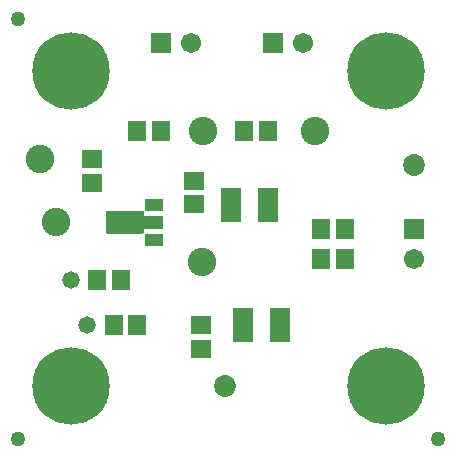
<source format=gts>
G04 Layer_Color=8388736*
%FSLAX25Y25*%
%MOIN*%
G70*
G01*
G75*
%ADD12C,0.05000*%
%ADD26R,0.06706X0.06312*%
%ADD27R,0.06312X0.06706*%
%ADD28C,0.09500*%
%ADD29R,0.06706X0.11824*%
%ADD30R,0.05918X0.04343*%
%ADD31C,0.07300*%
%ADD32C,0.25800*%
%ADD33R,0.06706X0.06706*%
%ADD34C,0.06706*%
%ADD35R,0.06706X0.06706*%
%ADD36C,0.05800*%
G36*
X46485Y80907D02*
X46537Y80897D01*
X46586Y80880D01*
X46633Y80857D01*
X46677Y80827D01*
X46716Y80793D01*
X46751Y80753D01*
X46780Y80710D01*
X46803Y80663D01*
X46820Y80613D01*
X46830Y80562D01*
X46834Y80510D01*
Y79273D01*
X52811D01*
X52863Y79269D01*
X52915Y79259D01*
X52964Y79242D01*
X53012Y79219D01*
X53055Y79190D01*
X53095Y79155D01*
X53129Y79116D01*
X53158Y79072D01*
X53181Y79025D01*
X53198Y78975D01*
X53209Y78924D01*
X53212Y78872D01*
Y75328D01*
X53209Y75276D01*
X53198Y75225D01*
X53181Y75175D01*
X53158Y75128D01*
X53129Y75084D01*
X53095Y75045D01*
X53055Y75010D01*
X53012Y74981D01*
X52964Y74958D01*
X52915Y74941D01*
X52863Y74931D01*
X52811Y74928D01*
X46834D01*
Y73691D01*
X46830Y73638D01*
X46820Y73587D01*
X46803Y73537D01*
X46780Y73490D01*
X46751Y73447D01*
X46716Y73407D01*
X46677Y73373D01*
X46633Y73343D01*
X46586Y73320D01*
X46537Y73303D01*
X46485Y73293D01*
X46433Y73290D01*
X34701D01*
X34648Y73293D01*
X34597Y73303D01*
X34547Y73320D01*
X34500Y73343D01*
X34457Y73373D01*
X34417Y73407D01*
X34383Y73447D01*
X34354Y73490D01*
X34330Y73537D01*
X34314Y73587D01*
X34303Y73638D01*
X34300Y73691D01*
Y80510D01*
X34303Y80562D01*
X34314Y80613D01*
X34330Y80663D01*
X34354Y80710D01*
X34383Y80753D01*
X34417Y80793D01*
X34457Y80827D01*
X34500Y80857D01*
X34547Y80880D01*
X34597Y80897D01*
X34648Y80907D01*
X34701Y80910D01*
X46433D01*
X46485Y80907D01*
D02*
G37*
D12*
X5000Y145000D02*
D03*
Y5000D02*
D03*
X145000D02*
D03*
D26*
X29600Y98137D02*
D03*
Y90263D02*
D03*
X65937Y42900D02*
D03*
Y35026D02*
D03*
X63637Y83057D02*
D03*
Y90931D02*
D03*
D27*
X44700Y107700D02*
D03*
X52574D02*
D03*
X80300D02*
D03*
X88174D02*
D03*
X113900Y65012D02*
D03*
X106026D02*
D03*
X36787Y42900D02*
D03*
X44661D02*
D03*
X31295Y57800D02*
D03*
X39169D02*
D03*
X113900Y75012D02*
D03*
X106026D02*
D03*
D28*
X12200Y98100D02*
D03*
X104000Y107700D02*
D03*
X66100Y64000D02*
D03*
X66500Y107700D02*
D03*
X17500Y77100D02*
D03*
D29*
X92139Y42900D02*
D03*
X79935D02*
D03*
X88102Y83000D02*
D03*
X75898D02*
D03*
D30*
X50252Y77095D02*
D03*
Y83005D02*
D03*
Y71194D02*
D03*
D31*
X74000Y22500D02*
D03*
X137000Y96232D02*
D03*
D32*
X22500Y127500D02*
D03*
X127500D02*
D03*
X22500Y22500D02*
D03*
X127500D02*
D03*
D33*
X90000Y137000D02*
D03*
X52500D02*
D03*
D34*
X100000D02*
D03*
X137000Y65000D02*
D03*
X62500Y137000D02*
D03*
D35*
X137000Y75000D02*
D03*
D36*
X22507Y57800D02*
D03*
X27800Y42900D02*
D03*
M02*

</source>
